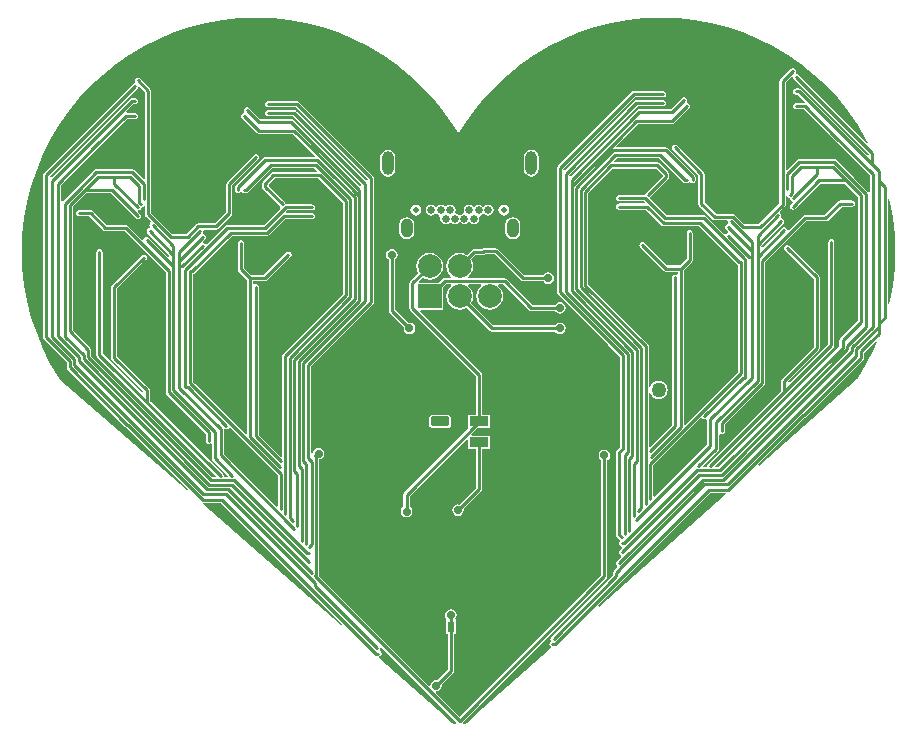
<source format=gtl>
G04 Layer_Physical_Order=1*
G04 Layer_Color=25308*
%FSLAX24Y24*%
%MOIN*%
G70*
G01*
G75*
G04:AMPARAMS|DCode=10|XSize=63mil|YSize=33.5mil|CornerRadius=8.4mil|HoleSize=0mil|Usage=FLASHONLY|Rotation=0.000|XOffset=0mil|YOffset=0mil|HoleType=Round|Shape=RoundedRectangle|*
%AMROUNDEDRECTD10*
21,1,0.0630,0.0167,0,0,0.0*
21,1,0.0463,0.0335,0,0,0.0*
1,1,0.0167,0.0231,-0.0084*
1,1,0.0167,-0.0231,-0.0084*
1,1,0.0167,-0.0231,0.0084*
1,1,0.0167,0.0231,0.0084*
%
%ADD10ROUNDEDRECTD10*%
%ADD11R,0.0630X0.0335*%
%ADD12R,0.0236X0.0354*%
%ADD13C,0.0100*%
%ADD14C,0.0787*%
%ADD15R,0.0787X0.0787*%
%ADD16O,0.0394X0.0787*%
%ADD17O,0.0394X0.0630*%
%ADD18C,0.0197*%
%ADD19C,0.0256*%
%ADD20C,0.0276*%
%ADD21C,0.0500*%
G36*
X41964Y31847D02*
X41862Y31601D01*
X41612Y31103D01*
X41328Y30624D01*
X41311Y30600D01*
X38027Y27712D01*
X37993Y27749D01*
X39235Y28991D01*
X39552Y29308D01*
X39559Y29309D01*
X39593Y29332D01*
X41498Y31237D01*
X41521Y31271D01*
X41529Y31310D01*
Y31481D01*
X41794Y31747D01*
X41922Y31875D01*
X41964Y31847D01*
D02*
G37*
G36*
X36136Y29286D02*
X36169Y29264D01*
X36209Y29256D01*
X36248Y29264D01*
X36254Y29267D01*
X36259Y29267D01*
X36303Y29240D01*
Y28417D01*
X34552Y26666D01*
X34505Y26685D01*
Y27723D01*
X36073Y29291D01*
X36136Y29286D01*
D02*
G37*
G36*
X41322Y36681D02*
Y32551D01*
X40741Y31970D01*
X40719Y31937D01*
X40711Y31897D01*
Y31686D01*
X36677Y27652D01*
X36569D01*
X36550Y27698D01*
X40514Y31662D01*
X40536Y31696D01*
X40544Y31735D01*
Y35166D01*
X40536Y35205D01*
X40514Y35239D01*
X40481Y35261D01*
X40441Y35269D01*
X40402Y35261D01*
X40368Y35239D01*
X40346Y35205D01*
X40338Y35166D01*
Y31778D01*
X39049Y30489D01*
X38995Y30505D01*
X38992Y30520D01*
X40022Y31550D01*
X40044Y31583D01*
X40052Y31623D01*
Y33985D01*
X40044Y34024D01*
X40022Y34058D01*
X39038Y35042D01*
X39004Y35064D01*
X38965Y35072D01*
X38925Y35064D01*
X38892Y35042D01*
X38870Y35009D01*
X38862Y34969D01*
X38870Y34930D01*
X38892Y34896D01*
X39846Y33942D01*
Y31665D01*
X38793Y30613D01*
X38771Y30579D01*
X38763Y30540D01*
Y30203D01*
X36333Y27773D01*
X36310Y27739D01*
X36303Y27700D01*
X36261Y27652D01*
X36189D01*
X36170Y27698D01*
X36676Y28203D01*
X36698Y28237D01*
X36706Y28276D01*
Y28748D01*
X36756Y28774D01*
X36760Y28771D01*
X36799Y28764D01*
X36839Y28771D01*
X36872Y28794D01*
X36895Y28827D01*
X36903Y28867D01*
Y29102D01*
X38205Y30404D01*
X38227Y30438D01*
X38235Y30477D01*
Y34487D01*
X38447Y34699D01*
X39598Y35850D01*
X40244D01*
X40284Y35858D01*
X40317Y35880D01*
X40779Y36342D01*
X41130D01*
X41170Y36350D01*
X41203Y36373D01*
X41225Y36406D01*
X41233Y36445D01*
X41225Y36485D01*
X41203Y36518D01*
X41170Y36541D01*
X41130Y36549D01*
X40736D01*
X40697Y36541D01*
X40664Y36518D01*
X40202Y36057D01*
X39555D01*
X39516Y36049D01*
X39482Y36026D01*
X39017Y35561D01*
X38965Y35580D01*
X38962Y35599D01*
X38939Y35633D01*
X38906Y35655D01*
X38866Y35663D01*
X38866D01*
X38827Y35655D01*
X38793Y35633D01*
X38149Y34989D01*
X38097Y35007D01*
X38093Y35034D01*
X38841Y35782D01*
X38863Y35815D01*
X38871Y35855D01*
X38863Y35894D01*
X38841Y35928D01*
X38807Y35950D01*
X38786Y35954D01*
X38762Y35997D01*
X38761Y36007D01*
X38765Y36012D01*
X38773Y36052D01*
X38765Y36091D01*
X38742Y36125D01*
X38738Y36188D01*
X38887Y36337D01*
X38909Y36370D01*
X38917Y36410D01*
Y36702D01*
X38967Y36707D01*
X38968Y36701D01*
X38990Y36668D01*
X39024Y36645D01*
X39059Y36638D01*
X39066Y36603D01*
X39089Y36569D01*
X39122Y36547D01*
X39141Y36543D01*
X39161Y36492D01*
X39089Y36420D01*
X39066Y36387D01*
X39058Y36347D01*
X39066Y36308D01*
X39089Y36274D01*
X39122Y36252D01*
X39162Y36244D01*
X39201Y36252D01*
X39235Y36274D01*
X40073Y37113D01*
X40891D01*
X41322Y36681D01*
D02*
G37*
G36*
X24148Y36482D02*
Y35433D01*
Y33434D01*
X22161Y31446D01*
X22138Y31413D01*
X22130Y31373D01*
Y28033D01*
X22084Y28014D01*
X21363Y28735D01*
Y33661D01*
X21355Y33701D01*
X21333Y33734D01*
X21299Y33757D01*
X21260Y33765D01*
X21220Y33757D01*
X21216Y33754D01*
X21166Y33781D01*
Y33854D01*
X21555D01*
X21595Y33861D01*
X21628Y33884D01*
X22415Y34671D01*
X22438Y34705D01*
X22446Y34744D01*
X22438Y34784D01*
X22415Y34817D01*
X22382Y34839D01*
X22343Y34847D01*
X22303Y34839D01*
X22270Y34817D01*
X21512Y34060D01*
X21106D01*
X20871Y34295D01*
Y35138D01*
X20863Y35177D01*
X20841Y35211D01*
X20807Y35233D01*
X20768Y35241D01*
X20728Y35233D01*
X20695Y35211D01*
X20672Y35177D01*
X20665Y35138D01*
Y34252D01*
X20672Y34212D01*
X20695Y34179D01*
X20960Y33914D01*
Y28776D01*
X20914Y28757D01*
X19225Y30446D01*
X19225Y30446D01*
X19165Y30505D01*
Y34092D01*
X19197Y34113D01*
X20460Y35376D01*
X21635D01*
X21674Y35383D01*
X21708Y35406D01*
X22222Y35920D01*
X23130D01*
X23169Y35928D01*
X23203Y35951D01*
X23225Y35984D01*
X23233Y36024D01*
X23225Y36063D01*
X23203Y36097D01*
X23169Y36119D01*
X23130Y36127D01*
X22280D01*
X22261Y36173D01*
X22304Y36216D01*
X23130D01*
X23169Y36224D01*
X23203Y36246D01*
X23225Y36279D01*
X23233Y36319D01*
X23225Y36358D01*
X23203Y36392D01*
X23169Y36414D01*
X23130Y36422D01*
X22261D01*
X22246Y36432D01*
X22241Y36457D01*
X22219Y36490D01*
X21684Y37024D01*
Y37090D01*
X21885Y37290D01*
X23340D01*
X24148Y36482D01*
D02*
G37*
G36*
X42388Y36501D02*
X42487Y35953D01*
X42547Y35399D01*
X42567Y34843D01*
X42547Y34286D01*
X42487Y33732D01*
X42388Y33184D01*
X42366Y33094D01*
X42316Y33101D01*
Y36584D01*
X42366Y36591D01*
X42388Y36501D01*
D02*
G37*
G36*
X17250Y35951D02*
X17283Y35928D01*
X17323Y35920D01*
X17362Y35928D01*
X17396Y35951D01*
X17418Y35984D01*
X17426Y36024D01*
X17418Y36063D01*
X17396Y36097D01*
X17324Y36168D01*
X17343Y36220D01*
X17362Y36224D01*
X17396Y36246D01*
X17418Y36279D01*
X17425Y36315D01*
X17461Y36322D01*
X17494Y36344D01*
X17517Y36378D01*
X17518Y36384D01*
X17568Y36379D01*
Y36086D01*
X17576Y36047D01*
X17598Y36013D01*
X17747Y35865D01*
X17742Y35801D01*
X17720Y35768D01*
X17712Y35728D01*
X17720Y35689D01*
X17723Y35683D01*
X17722Y35674D01*
X17698Y35631D01*
X17677Y35627D01*
X17644Y35604D01*
X17621Y35571D01*
X17613Y35531D01*
X17621Y35492D01*
X17644Y35459D01*
X18391Y34711D01*
X18388Y34683D01*
X18335Y34665D01*
X17691Y35309D01*
X17658Y35332D01*
X17618Y35339D01*
X17618D01*
X17579Y35332D01*
X17545Y35309D01*
X17523Y35276D01*
X17519Y35257D01*
X17468Y35237D01*
X17002Y35703D01*
X16969Y35725D01*
X16929Y35733D01*
X16283D01*
X15821Y36195D01*
X15788Y36217D01*
X15748Y36225D01*
X15354D01*
X15315Y36217D01*
X15281Y36195D01*
X15259Y36162D01*
X15251Y36122D01*
X15259Y36083D01*
X15281Y36049D01*
X15315Y36027D01*
X15354Y36019D01*
X15705D01*
X16167Y35557D01*
X16201Y35535D01*
X16240Y35527D01*
X16886D01*
X18037Y34376D01*
X18037Y34376D01*
X18250Y34164D01*
Y30154D01*
X18257Y30114D01*
X18280Y30081D01*
X19582Y28779D01*
Y28543D01*
X19590Y28504D01*
X19612Y28470D01*
X19646Y28448D01*
X19685Y28440D01*
X19725Y28448D01*
X19729Y28451D01*
X19779Y28424D01*
Y27953D01*
X19787Y27913D01*
X19809Y27880D01*
X20314Y27375D01*
X20295Y27328D01*
X20223D01*
X20182Y27376D01*
X20174Y27416D01*
X20152Y27449D01*
X17721Y29880D01*
Y30217D01*
X17713Y30256D01*
X17691Y30289D01*
X16639Y31342D01*
Y33619D01*
X17593Y34573D01*
X17615Y34606D01*
X17623Y34646D01*
X17615Y34685D01*
X17593Y34719D01*
X17559Y34741D01*
X17520Y34749D01*
X17480Y34741D01*
X17447Y34719D01*
X16462Y33734D01*
X16440Y33701D01*
X16432Y33661D01*
Y31299D01*
X16440Y31260D01*
X16462Y31226D01*
X17493Y30196D01*
X17490Y30182D01*
X17436Y30165D01*
X16146Y31455D01*
Y34843D01*
X16139Y34882D01*
X16116Y34915D01*
X16083Y34938D01*
X16043Y34946D01*
X16004Y34938D01*
X15970Y34915D01*
X15948Y34882D01*
X15940Y34843D01*
Y31412D01*
X15948Y31372D01*
X15970Y31339D01*
X19935Y27375D01*
X19916Y27328D01*
X19807D01*
X15773Y31362D01*
Y31574D01*
X15765Y31613D01*
X15743Y31647D01*
X15162Y32228D01*
Y36358D01*
X15594Y36789D01*
X16411D01*
X17250Y35951D01*
D02*
G37*
G36*
X21979Y27400D02*
Y26362D01*
X21933Y26343D01*
X20182Y28094D01*
Y28916D01*
X20225Y28943D01*
X20230Y28944D01*
X20236Y28940D01*
X20276Y28932D01*
X20315Y28940D01*
X20349Y28962D01*
X20412Y28967D01*
X21979Y27400D01*
D02*
G37*
G36*
X27945Y19153D02*
X27932Y19095D01*
X27911Y19088D01*
X27792Y19137D01*
X27684Y19220D01*
X27603Y19325D01*
X27603Y19326D01*
X27601Y19329D01*
X27601Y19329D01*
X27596Y19335D01*
X27590Y19345D01*
X27587Y19346D01*
X27586Y19348D01*
X25356Y21297D01*
X25371Y21351D01*
X25382Y21353D01*
X25416Y21375D01*
X25438Y21409D01*
X25446Y21448D01*
X25438Y21488D01*
X25416Y21521D01*
X25416Y21521D01*
X25399Y21533D01*
X25399Y21580D01*
D01*
X25412Y21623D01*
X25457Y21641D01*
X27945Y19153D01*
D02*
G37*
G36*
X39161Y40657D02*
X39165Y40638D01*
X39187Y40605D01*
X41687Y38105D01*
X41683Y38077D01*
X41631Y38059D01*
X39431Y40259D01*
X39398Y40281D01*
X39359Y40289D01*
X39260D01*
X39221Y40281D01*
X39187Y40259D01*
X39165Y40225D01*
X39157Y40186D01*
X39165Y40146D01*
X39187Y40113D01*
X39221Y40090D01*
X39260Y40082D01*
X39316D01*
X39552Y39847D01*
X39531Y39797D01*
X39260D01*
X39221Y39789D01*
X39187Y39766D01*
X39165Y39733D01*
X39157Y39694D01*
X39165Y39654D01*
X39187Y39621D01*
X39221Y39598D01*
X39260Y39590D01*
X39513D01*
X40467Y38636D01*
X40467Y38636D01*
X41716Y37387D01*
Y36860D01*
X41682Y36845D01*
X41666Y36843D01*
X41203Y37306D01*
X40613Y37896D01*
X40579Y37919D01*
X40540Y37927D01*
X39359D01*
X39319Y37919D01*
X39286Y37896D01*
X38963Y37574D01*
X38917Y37593D01*
Y40484D01*
X39110Y40677D01*
X39161Y40657D01*
D02*
G37*
G36*
X35320Y42626D02*
X35874Y42566D01*
X36422Y42467D01*
X36962Y42330D01*
X37491Y42154D01*
X38005Y41940D01*
X38503Y41691D01*
X38982Y41407D01*
X39440Y41089D01*
X39874Y40740D01*
X40281Y40360D01*
X40661Y39952D01*
X41010Y39519D01*
X41328Y39061D01*
X41612Y38582D01*
X41653Y38500D01*
X41613Y38471D01*
X39333Y40751D01*
X39300Y40773D01*
X39278Y40777D01*
X39254Y40820D01*
X39253Y40829D01*
X39257Y40835D01*
X39265Y40875D01*
X39257Y40914D01*
X39235Y40948D01*
X39201Y40970D01*
X39162Y40978D01*
X39122Y40970D01*
X39089Y40948D01*
X38741Y40600D01*
X38718Y40566D01*
X38710Y40527D01*
Y36452D01*
X38028Y35770D01*
X37540D01*
X37230Y36079D01*
X37197Y36101D01*
X37157Y36109D01*
X36593D01*
X36214Y36488D01*
Y37430D01*
X36206Y37469D01*
X36183Y37503D01*
X35298Y38389D01*
X35264Y38411D01*
X35225Y38419D01*
X35185Y38411D01*
X35152Y38389D01*
X35129Y38355D01*
X35121Y38316D01*
X35129Y38276D01*
X35152Y38243D01*
X36007Y37387D01*
Y36445D01*
X36015Y36406D01*
X36038Y36373D01*
X36477Y35933D01*
X36510Y35911D01*
X36550Y35903D01*
X36950D01*
X36992Y35855D01*
X36999Y35815D01*
X37003Y35810D01*
X37002Y35800D01*
X36978Y35758D01*
X36957Y35753D01*
X36923Y35731D01*
X36901Y35698D01*
X36893Y35658D01*
X36901Y35619D01*
X36923Y35585D01*
X36995Y35513D01*
X36976Y35462D01*
X36957Y35458D01*
X36923Y35436D01*
X36860Y35431D01*
X36265Y36026D01*
X36231Y36049D01*
X36192Y36057D01*
X34955D01*
X34407Y36605D01*
X34412Y36667D01*
X34413Y36669D01*
X35002Y37258D01*
X35025Y37292D01*
X35033Y37331D01*
Y37430D01*
X35025Y37469D01*
X35002Y37503D01*
X34716Y37789D01*
X34682Y37812D01*
X34643Y37820D01*
X33202D01*
X33183Y37866D01*
X33280Y37963D01*
X34690D01*
X35493Y37160D01*
X35526Y37138D01*
X35566Y37130D01*
X35618D01*
X35658Y37138D01*
X35691Y37160D01*
X35742D01*
X35776Y37138D01*
X35815Y37130D01*
X35855Y37138D01*
X35888Y37160D01*
X35911Y37193D01*
X35918Y37233D01*
Y37331D01*
X35911Y37371D01*
X35888Y37404D01*
X35002Y38290D01*
X34969Y38312D01*
X34929Y38320D01*
X33275D01*
X33256Y38366D01*
X33428Y38538D01*
X33988Y39098D01*
X35126D01*
X35166Y39106D01*
X35199Y39128D01*
X35691Y39621D01*
X35714Y39654D01*
X35722Y39694D01*
X35714Y39733D01*
X35691Y39766D01*
X35658Y39789D01*
X35637Y39793D01*
X35613Y39836D01*
X35611Y39845D01*
X35615Y39851D01*
X35623Y39890D01*
X35615Y39930D01*
X35593Y39963D01*
X35559Y39986D01*
X35520Y39994D01*
X35480Y39986D01*
X35447Y39963D01*
X35083Y39600D01*
X34044D01*
X34004Y39592D01*
X33971Y39570D01*
X31758Y37357D01*
X31705Y37375D01*
X31701Y37402D01*
X33988Y39689D01*
X34831D01*
X34870Y39697D01*
X34904Y39719D01*
X34926Y39752D01*
X34934Y39792D01*
X34926Y39831D01*
X34904Y39865D01*
X34870Y39887D01*
X34831Y39895D01*
X33945D01*
X33906Y39887D01*
X33872Y39865D01*
X31561Y37554D01*
X31508Y37571D01*
X31504Y37599D01*
X33889Y39984D01*
X34831D01*
X34870Y39992D01*
X34904Y40014D01*
X34926Y40048D01*
X34934Y40087D01*
X34926Y40127D01*
X34904Y40160D01*
X34870Y40183D01*
X34831Y40190D01*
X33847D01*
X33807Y40183D01*
X33774Y40160D01*
X31313Y37700D01*
X31291Y37666D01*
X31283Y37627D01*
Y33493D01*
X31291Y33453D01*
X31313Y33420D01*
X32986Y31747D01*
X33392Y31341D01*
Y28318D01*
X33297Y28223D01*
X33275Y28190D01*
X33267Y28151D01*
Y25406D01*
X33275Y25367D01*
X33297Y25333D01*
X33375Y25256D01*
X33380Y25224D01*
Y25200D01*
X33358Y25166D01*
X33350Y25127D01*
X33358Y25087D01*
X33380Y25054D01*
X33414Y25031D01*
X33433Y25027D01*
X33452Y24976D01*
X33380Y24904D01*
X33358Y24871D01*
X33350Y24831D01*
X33358Y24792D01*
X33380Y24758D01*
X33414Y24736D01*
X33418Y24735D01*
X33435Y24681D01*
X33328Y24574D01*
X33297Y24543D01*
X33275Y24509D01*
X33267Y24470D01*
X33275Y24431D01*
X33297Y24397D01*
X33297Y24397D01*
X33312Y24333D01*
X33311Y24326D01*
X33183Y24198D01*
X33161Y24165D01*
X33153Y24125D01*
Y24061D01*
X31108Y22015D01*
X31093Y21993D01*
X31085Y21982D01*
X31079Y21949D01*
X31079D01*
Y21949D01*
D01*
X31078Y21943D01*
X31084Y21910D01*
X31085Y21899D01*
X31086Y21856D01*
X31069Y21845D01*
X31069Y21845D01*
X31046Y21811D01*
X31039Y21772D01*
X31046Y21732D01*
X31069Y21699D01*
X31093Y21683D01*
X31103Y21644D01*
X31103Y21625D01*
X28520Y19354D01*
X28518Y19352D01*
X28516Y19351D01*
X28510Y19341D01*
X28505Y19334D01*
X28505Y19334D01*
X28505Y19335D01*
X28505Y19335D01*
X28504Y19335D01*
X28504Y19335D01*
X28502Y19332D01*
Y19332D01*
X28502Y19332D01*
X28502Y19332D01*
X28502Y19332D01*
X28502Y19331D01*
X28502Y19331D01*
X28502Y19331D01*
X28502Y19331D01*
X28502Y19331D01*
X28502Y19331D01*
Y19331D01*
X28502Y19331D01*
X28502Y19331D01*
X28502Y19329D01*
X28501Y19327D01*
X28418Y19220D01*
X28311Y19137D01*
X28191Y19088D01*
X28170Y19095D01*
X28157Y19153D01*
X32947Y23943D01*
X32969Y23976D01*
X32977Y24016D01*
Y27893D01*
X33010Y27915D01*
X33052Y27977D01*
X33067Y28051D01*
X33052Y28125D01*
X33010Y28187D01*
X32948Y28229D01*
X32874Y28244D01*
X32800Y28229D01*
X32738Y28187D01*
X32696Y28125D01*
X32681Y28051D01*
X32696Y27977D01*
X32738Y27915D01*
X32771Y27893D01*
Y24058D01*
X28051Y19339D01*
X27254Y20136D01*
X27277Y20184D01*
X27338Y20196D01*
X27400Y20238D01*
X27442Y20300D01*
X27456Y20374D01*
X27449Y20413D01*
X27829Y20793D01*
X27851Y20827D01*
X27859Y20866D01*
Y22114D01*
X27925D01*
Y22571D01*
X27925Y22571D01*
X27906Y22621D01*
X27934Y22662D01*
X27949Y22736D01*
X27934Y22810D01*
X27892Y22872D01*
X27830Y22914D01*
X27756Y22929D01*
X27682Y22914D01*
X27620Y22872D01*
X27578Y22810D01*
X27563Y22736D01*
X27578Y22662D01*
X27606Y22621D01*
X27587Y22571D01*
X27587D01*
X27587Y22571D01*
Y22114D01*
X27653D01*
Y20909D01*
X27303Y20559D01*
X27264Y20567D01*
X27190Y20552D01*
X27128Y20510D01*
X27086Y20448D01*
X27074Y20387D01*
X27026Y20364D01*
X23355Y24035D01*
X23361Y24044D01*
X23369Y24084D01*
Y27922D01*
X23420Y27932D01*
X23483Y27974D01*
X23524Y28036D01*
X23539Y28110D01*
X23524Y28184D01*
X23483Y28246D01*
X23420Y28288D01*
X23346Y28303D01*
X23273Y28288D01*
X23210Y28246D01*
X23168Y28184D01*
X23161Y28149D01*
X23143Y28136D01*
X23093Y28162D01*
Y31017D01*
X23498Y31423D01*
X25171Y33096D01*
X25194Y33130D01*
X25202Y33169D01*
Y37303D01*
X25194Y37343D01*
X25171Y37376D01*
X22711Y39837D01*
X22677Y39859D01*
X22638Y39867D01*
X21654D01*
X21614Y39859D01*
X21581Y39837D01*
X21558Y39803D01*
X21550Y39764D01*
X21558Y39724D01*
X21581Y39691D01*
X21614Y39668D01*
X21654Y39661D01*
X22595D01*
X24980Y37275D01*
X24976Y37248D01*
X24924Y37230D01*
X22612Y39541D01*
X22579Y39564D01*
X22539Y39572D01*
X21654D01*
X21614Y39564D01*
X21581Y39541D01*
X21558Y39508D01*
X21550Y39469D01*
X21558Y39429D01*
X21581Y39396D01*
X21614Y39373D01*
X21654Y39365D01*
X22497D01*
X24783Y37079D01*
X24780Y37051D01*
X24727Y37033D01*
X22514Y39246D01*
X22480Y39269D01*
X22441Y39276D01*
X21401D01*
X21038Y39640D01*
X21004Y39662D01*
X20965Y39670D01*
X20925Y39662D01*
X20892Y39640D01*
X20869Y39606D01*
X20861Y39567D01*
X20869Y39527D01*
X20873Y39522D01*
X20872Y39512D01*
X20848Y39470D01*
X20827Y39465D01*
X20793Y39443D01*
X20771Y39410D01*
X20763Y39370D01*
X20771Y39331D01*
X20793Y39297D01*
X21285Y38805D01*
X21319Y38783D01*
X21358Y38775D01*
X22497D01*
X23057Y38214D01*
X23228Y38043D01*
X23209Y37997D01*
X21555D01*
X21516Y37989D01*
X21482Y37967D01*
X20596Y37081D01*
X20574Y37047D01*
X20566Y37008D01*
Y36909D01*
X20574Y36870D01*
X20596Y36837D01*
X20630Y36814D01*
X20669Y36806D01*
X20709Y36814D01*
X20742Y36837D01*
X20793D01*
X20827Y36814D01*
X20866Y36806D01*
X20919D01*
X20958Y36814D01*
X20992Y36837D01*
X21795Y37639D01*
X23204D01*
X23301Y37542D01*
X23282Y37496D01*
X21842D01*
X21802Y37488D01*
X21769Y37466D01*
X21482Y37179D01*
X21460Y37146D01*
X21452Y37106D01*
Y37008D01*
X21460Y36968D01*
X21482Y36935D01*
X22073Y36344D01*
X22077Y36281D01*
X21529Y35733D01*
X20293D01*
X20253Y35725D01*
X20220Y35703D01*
X19624Y35108D01*
X19561Y35112D01*
X19528Y35135D01*
X19509Y35138D01*
X19489Y35190D01*
X19561Y35262D01*
X19583Y35295D01*
X19591Y35335D01*
X19583Y35374D01*
X19561Y35408D01*
X19528Y35430D01*
X19507Y35434D01*
X19483Y35477D01*
X19481Y35486D01*
X19485Y35492D01*
X19493Y35531D01*
X19534Y35580D01*
X19935D01*
X19974Y35587D01*
X20008Y35610D01*
X20447Y36049D01*
X20469Y36083D01*
X20477Y36122D01*
Y37064D01*
X21333Y37919D01*
X21355Y37953D01*
X21363Y37992D01*
X21355Y38032D01*
X21333Y38065D01*
X21299Y38087D01*
X21260Y38095D01*
X21220Y38087D01*
X21187Y38065D01*
X20301Y37179D01*
X20279Y37146D01*
X20271Y37106D01*
Y36165D01*
X19892Y35786D01*
X19327D01*
X19288Y35778D01*
X19254Y35756D01*
X18945Y35446D01*
X18457D01*
X17774Y36129D01*
Y40203D01*
X17766Y40243D01*
X17744Y40276D01*
X17396Y40624D01*
X17362Y40646D01*
X17323Y40654D01*
X17283Y40646D01*
X17250Y40624D01*
X17228Y40591D01*
X17220Y40551D01*
X17228Y40512D01*
X17231Y40506D01*
X17230Y40497D01*
X17206Y40454D01*
X17185Y40450D01*
X17151Y40427D01*
X14199Y37475D01*
X14176Y37441D01*
X14168Y37402D01*
Y36909D01*
Y31988D01*
X14176Y31949D01*
X14199Y31915D01*
X14691Y31423D01*
X14956Y31158D01*
Y30987D01*
X14964Y30948D01*
X14986Y30914D01*
X16892Y29008D01*
X16925Y28986D01*
X16933Y28984D01*
X17250Y28667D01*
X18988Y26929D01*
X18954Y26893D01*
X14712Y30600D01*
X14695Y30624D01*
X14411Y31103D01*
X14162Y31601D01*
X13949Y32116D01*
X13773Y32644D01*
X13635Y33184D01*
X13536Y33732D01*
X13477Y34286D01*
X13457Y34843D01*
X13477Y35399D01*
X13536Y35953D01*
X13635Y36501D01*
X13773Y37041D01*
X13949Y37569D01*
X14162Y38084D01*
X14411Y38582D01*
X14695Y39061D01*
X15013Y39519D01*
X15363Y39952D01*
X15742Y40360D01*
X16150Y40740D01*
X16584Y41089D01*
X17041Y41407D01*
X17520Y41691D01*
X18018Y41940D01*
X18533Y42154D01*
X19061Y42330D01*
X19601Y42467D01*
X20149Y42566D01*
X20703Y42626D01*
X21260Y42646D01*
X21817Y42626D01*
X22370Y42566D01*
X22919Y42467D01*
X23458Y42330D01*
X23987Y42154D01*
X24501Y41940D01*
X24999Y41691D01*
X25479Y41407D01*
X25936Y41089D01*
X26370Y40740D01*
X26777Y40360D01*
X27157Y39952D01*
X27507Y39519D01*
X27824Y39061D01*
X27947Y38855D01*
X27951Y38857D01*
X27961Y38843D01*
X27984Y38827D01*
X28012Y38821D01*
X28039Y38827D01*
X28063Y38843D01*
X28073Y38857D01*
X28077Y38855D01*
X28199Y39061D01*
X28517Y39519D01*
X28866Y39952D01*
X29246Y40360D01*
X29654Y40740D01*
X30087Y41089D01*
X30545Y41407D01*
X31024Y41691D01*
X31522Y41940D01*
X32037Y42154D01*
X32565Y42330D01*
X33105Y42467D01*
X33653Y42566D01*
X34207Y42626D01*
X34764Y42646D01*
X35320Y42626D01*
D02*
G37*
G36*
X24116Y22447D02*
X24082Y22411D01*
X19490Y26424D01*
X19509Y26474D01*
X20089D01*
X24116Y22447D01*
D02*
G37*
G36*
X34826Y37387D02*
Y37374D01*
X34266Y36814D01*
X34244Y36780D01*
X34236Y36743D01*
X34223Y36746D01*
X33355D01*
X33315Y36738D01*
X33282Y36715D01*
X33259Y36682D01*
X33251Y36642D01*
X33259Y36603D01*
X33282Y36569D01*
X33315Y36547D01*
X33355Y36539D01*
X34181D01*
X34223Y36496D01*
X34204Y36450D01*
X33355D01*
X33315Y36442D01*
X33282Y36420D01*
X33259Y36387D01*
X33251Y36347D01*
X33259Y36308D01*
X33282Y36274D01*
X33315Y36252D01*
X33355Y36244D01*
X34262D01*
X34777Y35729D01*
X34810Y35707D01*
X34850Y35699D01*
X36025D01*
X37288Y34436D01*
X37308Y34423D01*
X37319Y34415D01*
Y30829D01*
X37259Y30769D01*
X37259Y30769D01*
X35571Y29081D01*
X35525Y29100D01*
Y34237D01*
X35790Y34502D01*
X35812Y34536D01*
X35820Y34575D01*
Y35461D01*
X35812Y35501D01*
X35790Y35534D01*
X35756Y35557D01*
X35717Y35564D01*
X35677Y35557D01*
X35644Y35534D01*
X35621Y35501D01*
X35614Y35461D01*
Y34618D01*
X35379Y34383D01*
X34972D01*
X34215Y35140D01*
X34181Y35163D01*
X34142Y35171D01*
X34102Y35163D01*
X34069Y35140D01*
X34047Y35107D01*
X34039Y35068D01*
X34047Y35028D01*
X34069Y34995D01*
X34856Y34207D01*
X34890Y34185D01*
X34929Y34177D01*
X35318D01*
Y34104D01*
X35268Y34077D01*
X35264Y34080D01*
X35225Y34088D01*
X35185Y34080D01*
X35152Y34058D01*
X35129Y34024D01*
X35121Y33985D01*
Y29059D01*
X34400Y28338D01*
X34354Y28357D01*
Y30117D01*
X34404Y30127D01*
X34422Y30084D01*
X34470Y30021D01*
X34533Y29973D01*
X34606Y29943D01*
X34685Y29932D01*
X34764Y29943D01*
X34837Y29973D01*
X34900Y30021D01*
X34948Y30084D01*
X34978Y30158D01*
X34989Y30236D01*
X34978Y30315D01*
X34948Y30388D01*
X34900Y30451D01*
X34837Y30499D01*
X34764Y30530D01*
X34685Y30540D01*
X34606Y30530D01*
X34533Y30499D01*
X34470Y30451D01*
X34422Y30388D01*
X34404Y30345D01*
X34354Y30355D01*
Y31697D01*
X34346Y31736D01*
X34324Y31770D01*
X32336Y33757D01*
Y35757D01*
Y36805D01*
X33144Y37613D01*
X34600D01*
X34826Y37387D01*
D02*
G37*
G36*
X36933Y26751D02*
X32681Y23012D01*
X32647Y23049D01*
X36395Y26797D01*
X36915D01*
X36933Y26751D01*
D02*
G37*
G36*
X17568Y40160D02*
Y37269D01*
X17522Y37250D01*
X17199Y37573D01*
X17165Y37595D01*
X17126Y37603D01*
X15945D01*
X15905Y37595D01*
X15872Y37573D01*
X15281Y36982D01*
X15281Y36982D01*
X14819Y36520D01*
X14802Y36521D01*
X14769Y36537D01*
Y37064D01*
X16018Y38313D01*
X16972Y39267D01*
X17224D01*
X17264Y39275D01*
X17297Y39297D01*
X17320Y39331D01*
X17328Y39370D01*
X17320Y39410D01*
X17297Y39443D01*
X17264Y39465D01*
X17224Y39473D01*
X16954D01*
X16933Y39523D01*
X17169Y39759D01*
X17224D01*
X17264Y39767D01*
X17297Y39789D01*
X17320Y39823D01*
X17328Y39862D01*
X17320Y39902D01*
X17297Y39935D01*
X17264Y39958D01*
X17224Y39965D01*
X17126D01*
X17087Y39958D01*
X17053Y39935D01*
X14447Y37329D01*
X14394Y37346D01*
X14390Y37374D01*
X17297Y40281D01*
X17320Y40315D01*
X17324Y40334D01*
X17375Y40353D01*
X17568Y40160D01*
D02*
G37*
%LPC*%
G36*
X27633Y29404D02*
X27170D01*
X27118Y29394D01*
X27073Y29364D01*
X27043Y29319D01*
X27033Y29267D01*
Y29099D01*
X27043Y29047D01*
X27073Y29002D01*
X27118Y28972D01*
X27170Y28962D01*
X27633D01*
X27685Y28972D01*
X27730Y29002D01*
X27760Y29047D01*
X27770Y29099D01*
Y29267D01*
X27760Y29319D01*
X27730Y29364D01*
X27685Y29394D01*
X27633Y29404D01*
D02*
G37*
G36*
X25787Y34937D02*
X25714Y34922D01*
X25651Y34880D01*
X25609Y34818D01*
X25595Y34744D01*
X25609Y34670D01*
X25651Y34608D01*
X25684Y34586D01*
Y32874D01*
X25692Y32835D01*
X25714Y32801D01*
X26193Y32322D01*
X26185Y32283D01*
X26200Y32210D01*
X26242Y32147D01*
X26304Y32105D01*
X26378Y32091D01*
X26452Y32105D01*
X26514Y32147D01*
X26556Y32210D01*
X26571Y32283D01*
X26556Y32357D01*
X26514Y32420D01*
X26452Y32461D01*
X26378Y32476D01*
X26339Y32468D01*
X25891Y32917D01*
Y34586D01*
X25924Y34608D01*
X25965Y34670D01*
X25980Y34744D01*
X25965Y34818D01*
X25924Y34880D01*
X25861Y34922D01*
X25787Y34937D01*
D02*
G37*
G36*
X28996Y36403D02*
X28926Y36389D01*
X28869Y36351D01*
X28856Y36345D01*
X28821D01*
X28808Y36351D01*
X28751Y36389D01*
X28681Y36403D01*
X28611Y36389D01*
X28552Y36350D01*
X28549Y36345D01*
X28499D01*
X28495Y36350D01*
X28436Y36389D01*
X28366Y36403D01*
X28296Y36389D01*
X28237Y36350D01*
X28197Y36290D01*
X28184Y36220D01*
X28193Y36172D01*
X28197Y36151D01*
X28159Y36118D01*
X28139Y36114D01*
X28080Y36074D01*
X28076Y36069D01*
X28026D01*
X28023Y36074D01*
X27964Y36114D01*
X27943Y36118D01*
X27905Y36151D01*
X27909Y36172D01*
X27919Y36220D01*
X27905Y36290D01*
X27865Y36350D01*
X27806Y36389D01*
X27736Y36403D01*
X27666Y36389D01*
X27607Y36350D01*
X27604Y36345D01*
X27554D01*
X27550Y36350D01*
X27491Y36389D01*
X27421Y36403D01*
X27351Y36389D01*
X27295Y36351D01*
X27281Y36345D01*
X27247D01*
X27233Y36351D01*
X27176Y36389D01*
X27106Y36403D01*
X27036Y36389D01*
X26977Y36350D01*
X26938Y36290D01*
X26924Y36220D01*
X26938Y36151D01*
X26977Y36091D01*
X27036Y36052D01*
X27106Y36038D01*
X27176Y36052D01*
X27233Y36090D01*
X27247Y36096D01*
X27281D01*
X27295Y36090D01*
X27351Y36052D01*
X27372Y36048D01*
X27410Y36015D01*
X27406Y35994D01*
X27396Y35945D01*
X27410Y35875D01*
X27450Y35816D01*
X27509Y35776D01*
X27579Y35762D01*
X27649Y35776D01*
X27705Y35814D01*
X27719Y35821D01*
X27753D01*
X27767Y35814D01*
X27824Y35776D01*
X27894Y35762D01*
X27964Y35776D01*
X28023Y35816D01*
X28026Y35821D01*
X28076D01*
X28080Y35816D01*
X28139Y35776D01*
X28209Y35762D01*
X28279Y35776D01*
X28338Y35816D01*
X28341Y35821D01*
X28391D01*
X28394Y35816D01*
X28454Y35776D01*
X28524Y35762D01*
X28594Y35776D01*
X28653Y35816D01*
X28692Y35875D01*
X28706Y35945D01*
X28697Y35994D01*
X28692Y36015D01*
X28731Y36048D01*
X28751Y36052D01*
X28808Y36090D01*
X28821Y36096D01*
X28856D01*
X28869Y36090D01*
X28926Y36052D01*
X28996Y36038D01*
X29066Y36052D01*
X29125Y36091D01*
X29165Y36151D01*
X29179Y36220D01*
X29165Y36290D01*
X29125Y36350D01*
X29066Y36389D01*
X28996Y36403D01*
D02*
G37*
G36*
X29518D02*
X29448Y36389D01*
X29389Y36350D01*
X29349Y36290D01*
X29335Y36220D01*
X29349Y36151D01*
X29389Y36091D01*
X29448Y36052D01*
X29518Y36038D01*
X29588Y36052D01*
X29647Y36091D01*
X29686Y36151D01*
X29700Y36220D01*
X29686Y36290D01*
X29647Y36350D01*
X29588Y36389D01*
X29518Y36403D01*
D02*
G37*
G36*
X30443Y38245D02*
X30346Y38226D01*
X30264Y38171D01*
X30209Y38089D01*
X30190Y37992D01*
Y37598D01*
X30209Y37502D01*
X30264Y37420D01*
X30346Y37365D01*
X30443Y37346D01*
X30540Y37365D01*
X30622Y37420D01*
X30677Y37502D01*
X30696Y37598D01*
Y37992D01*
X30677Y38089D01*
X30622Y38171D01*
X30540Y38226D01*
X30443Y38245D01*
D02*
G37*
G36*
X25659D02*
X25563Y38226D01*
X25481Y38171D01*
X25426Y38089D01*
X25407Y37992D01*
Y37598D01*
X25426Y37502D01*
X25481Y37420D01*
X25563Y37365D01*
X25659Y37346D01*
X25756Y37365D01*
X25838Y37420D01*
X25893Y37502D01*
X25912Y37598D01*
Y37992D01*
X25893Y38089D01*
X25838Y38171D01*
X25756Y38226D01*
X25659Y38245D01*
D02*
G37*
G36*
X26280Y36001D02*
X26183Y35982D01*
X26101Y35927D01*
X26046Y35845D01*
X26027Y35748D01*
Y35512D01*
X26046Y35415D01*
X26101Y35333D01*
X26183Y35278D01*
X26280Y35259D01*
X26376Y35278D01*
X26458Y35333D01*
X26513Y35415D01*
X26532Y35512D01*
Y35748D01*
X26513Y35845D01*
X26458Y35927D01*
X26376Y35982D01*
X26280Y36001D01*
D02*
G37*
G36*
X29256Y34956D02*
X28846D01*
X28807Y34948D01*
X28803Y34946D01*
X28535D01*
X28496Y34938D01*
X28462Y34915D01*
X28286Y34739D01*
X28276Y34747D01*
X28167Y34792D01*
X28051Y34807D01*
X27935Y34792D01*
X27827Y34747D01*
X27734Y34676D01*
X27663Y34583D01*
X27618Y34474D01*
X27602Y34358D01*
X27618Y34242D01*
X27663Y34134D01*
X27734Y34041D01*
X27772Y34011D01*
X27755Y33961D01*
X27551D01*
X27512Y33954D01*
X27478Y33931D01*
X27350Y33803D01*
X26707D01*
X26688Y33849D01*
X26816Y33978D01*
X26827Y33970D01*
X26935Y33925D01*
X27051Y33910D01*
X27167Y33925D01*
X27276Y33970D01*
X27368Y34041D01*
X27440Y34134D01*
X27485Y34242D01*
X27500Y34358D01*
X27485Y34474D01*
X27440Y34583D01*
X27368Y34676D01*
X27276Y34747D01*
X27167Y34792D01*
X27051Y34807D01*
X26935Y34792D01*
X26827Y34747D01*
X26734Y34676D01*
X26663Y34583D01*
X26618Y34474D01*
X26602Y34358D01*
X26618Y34242D01*
X26663Y34134D01*
X26671Y34124D01*
X26403Y33856D01*
X26381Y33823D01*
X26373Y33783D01*
Y32972D01*
X26381Y32933D01*
X26403Y32899D01*
X28598Y30705D01*
Y29402D01*
X28335D01*
Y28965D01*
X28335Y28965D01*
X28335D01*
X28312Y28925D01*
X26207Y26820D01*
X26184Y26786D01*
X26176Y26747D01*
Y26339D01*
X26143Y26317D01*
X26102Y26255D01*
X26087Y26181D01*
X26102Y26107D01*
X26143Y26045D01*
X26206Y26003D01*
X26280Y25988D01*
X26353Y26003D01*
X26416Y26045D01*
X26458Y26107D01*
X26472Y26181D01*
X26458Y26255D01*
X26416Y26317D01*
X26383Y26339D01*
Y26704D01*
X28288Y28610D01*
X28335Y28591D01*
Y28276D01*
X28598D01*
Y26972D01*
X28037Y26411D01*
X27998Y26419D01*
X27924Y26404D01*
X27862Y26363D01*
X27820Y26300D01*
X27805Y26226D01*
X27820Y26153D01*
X27862Y26090D01*
X27924Y26048D01*
X27998Y26034D01*
X28072Y26048D01*
X28134Y26090D01*
X28176Y26153D01*
X28191Y26226D01*
X28183Y26265D01*
X28774Y26856D01*
X28796Y26890D01*
X28804Y26929D01*
Y28276D01*
X29067D01*
Y28713D01*
X28457D01*
X28438Y28759D01*
X28643Y28965D01*
X29067D01*
Y29402D01*
X28804D01*
Y30748D01*
X28796Y30788D01*
X28774Y30821D01*
X26728Y32867D01*
X26747Y32913D01*
X27496D01*
Y33657D01*
X27594Y33755D01*
X27755D01*
X27772Y33705D01*
X27734Y33676D01*
X27663Y33583D01*
X27618Y33474D01*
X27602Y33358D01*
X27618Y33242D01*
X27663Y33134D01*
X27734Y33041D01*
X27827Y32970D01*
X27935Y32925D01*
X28051Y32910D01*
X28167Y32925D01*
X28276Y32970D01*
X28286Y32978D01*
X29053Y32211D01*
X29087Y32188D01*
X29126Y32180D01*
X31239D01*
X31261Y32147D01*
X31324Y32105D01*
X31398Y32091D01*
X31471Y32105D01*
X31534Y32147D01*
X31576Y32210D01*
X31590Y32283D01*
X31576Y32357D01*
X31534Y32420D01*
X31471Y32461D01*
X31398Y32476D01*
X31324Y32461D01*
X31261Y32420D01*
X31239Y32387D01*
X29169D01*
X28432Y33124D01*
X28440Y33134D01*
X28485Y33242D01*
X28500Y33358D01*
X28485Y33474D01*
X28440Y33583D01*
X28368Y33676D01*
X28330Y33705D01*
X28347Y33755D01*
X28755D01*
X28772Y33705D01*
X28734Y33676D01*
X28663Y33583D01*
X28618Y33474D01*
X28602Y33358D01*
X28618Y33242D01*
X28663Y33134D01*
X28734Y33041D01*
X28827Y32970D01*
X28935Y32925D01*
X29051Y32910D01*
X29167Y32925D01*
X29276Y32970D01*
X29368Y33041D01*
X29440Y33134D01*
X29485Y33242D01*
X29500Y33358D01*
X29485Y33474D01*
X29440Y33583D01*
X29368Y33676D01*
X29337Y33700D01*
X29354Y33750D01*
X29503D01*
X30354Y32899D01*
X30374Y32886D01*
X30387Y32877D01*
X30427Y32869D01*
X31239D01*
X31261Y32836D01*
X31324Y32794D01*
X31398Y32780D01*
X31471Y32794D01*
X31534Y32836D01*
X31576Y32899D01*
X31590Y32972D01*
X31576Y33046D01*
X31534Y33109D01*
X31471Y33150D01*
X31398Y33165D01*
X31324Y33150D01*
X31261Y33109D01*
X31239Y33076D01*
X30470D01*
X29619Y33926D01*
X29586Y33948D01*
X29546Y33956D01*
X29061D01*
X29035Y33961D01*
X28347D01*
X28330Y34011D01*
X28368Y34041D01*
X28440Y34134D01*
X28485Y34242D01*
X28500Y34358D01*
X28485Y34474D01*
X28440Y34583D01*
X28432Y34593D01*
X28578Y34739D01*
X28836D01*
X28875Y34747D01*
X28879Y34750D01*
X29213D01*
X30080Y33884D01*
X30100Y33870D01*
X30113Y33861D01*
X30153Y33854D01*
X30846D01*
X30868Y33820D01*
X30930Y33779D01*
X31004Y33764D01*
X31078Y33779D01*
X31140Y33820D01*
X31182Y33883D01*
X31197Y33957D01*
X31182Y34030D01*
X31140Y34093D01*
X31078Y34135D01*
X31004Y34149D01*
X30930Y34135D01*
X30868Y34093D01*
X30846Y34060D01*
X30195D01*
X29329Y34926D01*
X29296Y34948D01*
X29256Y34956D01*
D02*
G37*
G36*
X26585Y36403D02*
X26515Y36389D01*
X26456Y36350D01*
X26416Y36290D01*
X26402Y36220D01*
X26416Y36151D01*
X26456Y36091D01*
X26515Y36052D01*
X26585Y36038D01*
X26655Y36052D01*
X26714Y36091D01*
X26753Y36151D01*
X26767Y36220D01*
X26753Y36290D01*
X26714Y36350D01*
X26655Y36389D01*
X26585Y36403D01*
D02*
G37*
G36*
X29823Y36001D02*
X29726Y35982D01*
X29644Y35927D01*
X29589Y35845D01*
X29570Y35748D01*
Y35512D01*
X29589Y35415D01*
X29644Y35333D01*
X29726Y35278D01*
X29823Y35259D01*
X29920Y35278D01*
X30002Y35333D01*
X30056Y35415D01*
X30076Y35512D01*
Y35748D01*
X30056Y35845D01*
X30002Y35927D01*
X29920Y35982D01*
X29823Y36001D01*
D02*
G37*
%LPD*%
D10*
X27402Y29183D02*
D03*
D11*
Y28494D02*
D03*
X28701D02*
D03*
Y29183D02*
D03*
D12*
X28346Y22343D02*
D03*
X27756D02*
D03*
D13*
X25787Y32874D02*
X26378Y32283D01*
X28051Y19193D02*
X32874Y24016D01*
X25886Y24646D02*
Y26978D01*
X27136Y23396D02*
X27687D01*
X26476Y33783D02*
X27051Y34358D01*
X26476Y32972D02*
Y33783D01*
Y32972D02*
X28701Y30748D01*
Y29183D02*
Y30748D01*
X27551Y33858D02*
X29035D01*
X27051Y33358D02*
X27551Y33858D01*
X28051Y33358D02*
X29126Y32283D01*
X31398D01*
X25886Y26978D02*
X27402Y28494D01*
X25886Y24646D02*
X27136Y23396D01*
X26280Y26747D02*
X28701Y29168D01*
X28346Y22343D02*
Y22736D01*
X27687Y23396D02*
X28346Y22736D01*
X27264Y20374D02*
X27756Y20866D01*
Y22736D01*
X28701Y29168D02*
Y29183D01*
X26280Y26181D02*
Y26747D01*
X28701Y26929D02*
Y28494D01*
X27998Y26226D02*
X28701Y26929D01*
X29035Y33858D02*
X29041Y33853D01*
X29546D01*
X30427Y32972D01*
X31398D01*
X28051Y34358D02*
X28535Y34843D01*
X28836D01*
X28846Y34853D01*
X29256D01*
X30153Y33957D01*
X31004D01*
X14272Y37402D02*
X17224Y40354D01*
X14272Y36909D02*
Y37402D01*
Y31988D02*
Y36909D01*
Y31988D02*
X14764Y31496D01*
X15059Y31201D01*
Y31201D02*
Y31201D01*
Y30987D02*
Y31201D01*
Y30987D02*
X16965Y29081D01*
X16982D01*
X17323Y28740D01*
X19486Y26577D01*
X20132D01*
X25261Y21448D01*
X25343D01*
X15210Y31050D02*
Y31263D01*
Y31050D02*
X16043Y30217D01*
X19488Y26772D01*
X20276D01*
X23077Y23970D01*
Y23953D02*
Y23970D01*
Y23953D02*
X23228Y23802D01*
Y23720D02*
Y23802D01*
Y23695D02*
Y23720D01*
Y23695D02*
X25304Y21619D01*
X14468Y32005D02*
X15210Y31263D01*
X14468Y32005D02*
Y36319D01*
Y37205D01*
X17126Y39862D01*
X17224D01*
X16929Y39370D02*
X17224D01*
X15945Y38386D02*
X16929Y39370D01*
X14665Y37106D02*
X15945Y38386D01*
X14665Y36024D02*
Y37106D01*
Y32022D02*
Y36024D01*
Y32022D02*
X15361Y31326D01*
Y31201D02*
Y31326D01*
Y31201D02*
X19639Y26923D01*
X20276D01*
X20338D01*
X23083Y24178D01*
X23114Y24147D01*
X20465Y27074D02*
X23031Y24508D01*
X20374Y27074D02*
X20465D01*
X19702D02*
X20374D01*
X19402Y27374D02*
X19702Y27074D01*
X15513Y31263D02*
X19402Y27374D01*
X15513Y31263D02*
Y31389D01*
X14888Y32014D02*
X15513Y31389D01*
X14888Y32014D02*
Y36443D01*
X15354Y36909D01*
X15945Y37500D01*
X17126D01*
X17520Y37106D01*
Y36614D02*
Y37106D01*
X17369Y36470D02*
X17421Y36417D01*
X17369Y36470D02*
Y37044D01*
X17068Y37344D02*
X17369Y37044D01*
X16003Y37344D02*
X17068D01*
X15757Y37098D02*
X16003Y37344D01*
X15059Y36400D02*
X15757Y37098D01*
X15059Y32185D02*
Y36400D01*
Y32185D02*
X15670Y31574D01*
Y31320D02*
Y31574D01*
Y31320D02*
X19765Y27225D01*
X20528D01*
X22950Y24803D01*
X23031D01*
X16535Y37106D02*
X17323Y36319D01*
X16535Y37106D02*
Y37303D01*
X15551Y36892D02*
X16454D01*
X17323Y36024D01*
X23228Y24016D02*
X28051Y19193D01*
X23228Y24016D02*
Y24047D01*
X23266Y24084D01*
X21654Y39764D02*
X22638D01*
X25098Y37303D01*
Y33169D02*
Y37303D01*
X23425Y31496D02*
X25098Y33169D01*
X22989Y31060D02*
X23425Y31496D01*
X23114Y25083D02*
Y27827D01*
X23031Y25000D02*
X23114Y25083D01*
X21654Y39469D02*
X22539D01*
X24902Y37106D01*
Y33186D02*
Y37106D01*
X22838Y31123D02*
X24902Y33186D01*
X22838Y27851D02*
Y31123D01*
Y27851D02*
X22933Y27756D01*
Y25115D02*
Y27756D01*
X22925Y25107D02*
X22933Y25115D01*
X20965Y39567D02*
X21358Y39173D01*
X21752D01*
X22441D01*
X24705Y36909D01*
Y33203D02*
Y36909D01*
X24499Y32998D02*
X24705Y33203D01*
X22687Y31185D02*
X24499Y32998D01*
X22687Y27693D02*
Y31185D01*
Y27693D02*
X22782Y27598D01*
Y25197D02*
Y27598D01*
X20079Y28051D02*
X22539Y25591D01*
X20079Y28051D02*
Y28937D01*
X18701Y30315D02*
X20079Y28937D01*
X18701Y30315D02*
Y30512D01*
Y34843D01*
X19390Y35531D01*
X19882Y27953D02*
X20472Y27362D01*
X19882Y27953D02*
Y28839D01*
X18504Y30217D02*
X19882Y28839D01*
X18504Y30217D02*
Y35039D01*
X17815Y35728D02*
X18504Y35039D01*
X18701Y34350D02*
Y34547D01*
X19488Y35335D01*
X18504Y34449D02*
Y34744D01*
X17717Y35531D02*
X18504Y34744D01*
X18701Y34350D02*
X18799D01*
X19488Y35039D01*
X17618Y35236D02*
X18504Y34350D01*
X17618Y35236D02*
X17618D01*
X24705Y35433D02*
Y36713D01*
X23130Y38287D02*
X24705Y36713D01*
X22539Y38878D02*
X23130Y38287D01*
X21358Y38878D02*
X22539D01*
X20866Y39370D02*
X21358Y38878D01*
X20669Y36909D02*
Y37008D01*
X21555Y37894D01*
X23310D01*
X23810Y37393D01*
X24554Y36650D01*
Y33366D02*
Y36650D01*
Y33266D02*
Y33366D01*
X22536Y31248D02*
X24554Y33266D01*
X22536Y27536D02*
Y31248D01*
Y27536D02*
X22631Y27441D01*
Y25713D02*
Y27441D01*
X20866Y36909D02*
X20919D01*
X21752Y37743D01*
X23247D01*
X24402Y36587D01*
Y33328D02*
Y36587D01*
X22385Y31311D02*
X24402Y33328D01*
X22385Y25959D02*
Y31311D01*
Y25959D02*
X22480Y25864D01*
X21555Y37008D02*
X22146Y36417D01*
X21555Y37008D02*
Y37106D01*
X21842Y37393D01*
X23383D01*
X24251Y36525D01*
Y35433D02*
Y36525D01*
Y33391D02*
Y35433D01*
X22233Y31373D02*
X24251Y33391D01*
X22233Y26110D02*
Y31373D01*
X18988Y30323D02*
X20276Y29035D01*
X18906Y30323D02*
X18988D01*
X18906D02*
Y34243D01*
X18955Y34293D01*
X20293Y35630D01*
X21161D01*
X21572D01*
X22261Y36319D01*
X23130D01*
X19685Y28543D02*
Y28822D01*
X18353Y30154D02*
X19685Y28822D01*
X18353Y30154D02*
Y34206D01*
X18110Y34449D02*
X18353Y34206D01*
X16929Y35630D02*
X18110Y34449D01*
X16240Y35630D02*
X16929D01*
X15748Y36122D02*
X16240Y35630D01*
X15354Y36122D02*
X15748D01*
X22180Y36024D02*
X23130D01*
X21635Y35479D02*
X22180Y36024D01*
X20417Y35479D02*
X21635D01*
X19124Y34186D02*
X20417Y35479D01*
X19062Y34186D02*
X19124D01*
X19062Y30463D02*
Y34186D01*
Y30463D02*
X19152Y30373D01*
X22082Y27443D01*
Y26261D02*
Y27443D01*
X21063Y28676D02*
Y33957D01*
Y28676D02*
X22064Y27674D01*
X21063Y33957D02*
X21555D01*
X22343Y34744D01*
X20768Y34252D02*
X21063Y33957D01*
X20768Y34252D02*
Y35138D01*
X21260Y28693D02*
Y33661D01*
Y28693D02*
X22082Y27870D01*
X16043Y31412D02*
Y34843D01*
Y31412D02*
X20079Y27376D01*
X17618Y29837D02*
Y30217D01*
X16535Y31299D02*
X17618Y30217D01*
X16535Y31299D02*
Y33661D01*
X17520Y34646D01*
X17323Y40551D02*
X17671Y40203D01*
Y36086D02*
Y40203D01*
Y36086D02*
X18414Y35343D01*
X18988D01*
X19327Y35683D01*
X19935D01*
X20374Y36122D01*
Y37106D01*
X21260Y37992D01*
X32874Y24016D02*
Y28051D01*
X41425Y31524D02*
X41721Y31820D01*
X41425Y31524D02*
Y31524D01*
Y31310D02*
Y31524D01*
X39520Y29405D02*
X41425Y31310D01*
X39503Y29405D02*
X39520D01*
X39162Y29064D02*
X39503Y29405D01*
X36999Y26901D02*
X39162Y29064D01*
X36353Y26901D02*
X36999D01*
X31224Y21772D02*
X36353Y26901D01*
X31142Y21772D02*
X31224D01*
X41274Y31373D02*
Y31587D01*
X40441Y30540D02*
X41274Y31373D01*
X36996Y27095D02*
X40441Y30540D01*
X36209Y27095D02*
X36996D01*
X33407Y24294D02*
X36209Y27095D01*
X33407Y24277D02*
Y24294D01*
X33256Y24125D02*
X33407Y24277D01*
X33256Y24044D02*
Y24125D01*
Y24018D02*
Y24044D01*
X31181Y21943D02*
X33256Y24018D01*
X41274Y31587D02*
X42016Y32329D01*
Y36642D01*
Y37528D01*
X39359Y40186D02*
X42016Y37528D01*
X39260Y40186D02*
X39359D01*
X39260Y39694D02*
X39555D01*
X40540Y38709D01*
X41819Y37430D01*
Y36347D02*
Y37430D01*
Y32346D02*
Y36347D01*
X41123Y31649D02*
X41819Y32346D01*
X41123Y31524D02*
Y31649D01*
X36845Y27246D02*
X41123Y31524D01*
X36209Y27246D02*
X36845D01*
X36146D02*
X36209D01*
X33401Y24501D02*
X36146Y27246D01*
X33370Y24470D02*
X33401Y24501D01*
X33453Y24831D02*
X36019Y27397D01*
X36110D01*
X36783D01*
X37083Y27698D01*
X40972Y31587D01*
Y31712D01*
X41597Y32337D01*
Y36766D01*
X41130Y37233D02*
X41597Y36766D01*
X40540Y37823D02*
X41130Y37233D01*
X39359Y37823D02*
X40540D01*
X38965Y37430D02*
X39359Y37823D01*
X38965Y36938D02*
Y37430D01*
X39063Y36741D02*
X39116Y36794D01*
Y37367D01*
X39416Y37667D01*
X40482D01*
X40728Y37421D01*
X41425Y36724D01*
Y32508D02*
Y36724D01*
X40814Y31897D02*
X41425Y32508D01*
X40814Y31643D02*
Y31897D01*
X36720Y27549D02*
X40814Y31643D01*
X35957Y27549D02*
X36720D01*
X33534Y25127D02*
X35957Y27549D01*
X33453Y25127D02*
X33534D01*
X39162Y36642D02*
X39949Y37430D01*
Y37627D01*
X40031Y37216D02*
X40933D01*
X39162Y36347D02*
X40031Y37216D01*
X33847Y40087D02*
X34831D01*
X31386Y37627D02*
X33847Y40087D01*
X31386Y33493D02*
Y37627D01*
Y33493D02*
X33059Y31820D01*
X33495Y31384D01*
Y28276D02*
Y31384D01*
X33370Y28151D02*
X33495Y28276D01*
X33370Y25406D02*
Y28151D01*
Y25406D02*
X33453Y25323D01*
X33945Y39792D02*
X34831D01*
X31583Y37430D02*
X33945Y39792D01*
X31583Y33510D02*
Y37430D01*
Y33510D02*
X33646Y31446D01*
Y28174D02*
Y31446D01*
X33551Y28079D02*
X33646Y28174D01*
X33551Y25439D02*
Y28079D01*
Y25439D02*
X33560Y25430D01*
X35126Y39497D02*
X35520Y39890D01*
X34733Y39497D02*
X35126D01*
X34044D02*
X34733D01*
X31780Y37233D02*
X34044Y39497D01*
X31780Y33527D02*
Y37233D01*
Y33527D02*
X31985Y33321D01*
X33797Y31509D01*
Y28017D02*
Y31509D01*
X33703Y27922D02*
X33797Y28017D01*
X33703Y25520D02*
Y27922D01*
X33945Y25914D02*
X36406Y28375D01*
Y29260D01*
X37784Y30638D01*
Y30835D01*
Y35166D01*
X37095Y35855D02*
X37784Y35166D01*
X36012Y27686D02*
X36603Y28276D01*
Y29162D01*
X37981Y30540D01*
Y35363D01*
X38670Y36052D01*
X37784Y34674D02*
Y34871D01*
X36996Y35658D02*
X37784Y34871D01*
X37981Y34772D02*
Y35068D01*
X38768Y35855D01*
X37685Y34674D02*
X37784D01*
X36996Y35363D02*
X37685Y34674D01*
X37981D02*
X38866Y35560D01*
X38866D01*
X31780Y35757D02*
Y37036D01*
X33355Y38611D01*
X33945Y39201D01*
X35126D01*
X35618Y39694D01*
X35815Y37233D02*
Y37331D01*
X34929Y38217D02*
X35815Y37331D01*
X33175Y38217D02*
X34929D01*
X32674Y37717D02*
X33175Y38217D01*
X31931Y36973D02*
X32674Y37717D01*
X31931Y33690D02*
Y36973D01*
Y33589D02*
Y33690D01*
Y33589D02*
X33949Y31572D01*
Y27859D02*
Y31572D01*
X33854Y27764D02*
X33949Y27859D01*
X33854Y26036D02*
Y27764D01*
X35566Y37233D02*
X35618D01*
X34733Y38066D02*
X35566Y37233D01*
X33237Y38066D02*
X34733D01*
X32082Y36911D02*
X33237Y38066D01*
X32082Y33652D02*
Y36911D01*
Y33652D02*
X34100Y31634D01*
Y26283D02*
Y31634D01*
X34005Y26188D02*
X34100Y26283D01*
X34339Y36741D02*
X34929Y37331D01*
Y37430D01*
X34643Y37717D02*
X34929Y37430D01*
X33102Y37717D02*
X34643D01*
X32233Y36848D02*
X33102Y37717D01*
X32233Y35757D02*
Y36848D01*
Y33714D02*
Y35757D01*
Y33714D02*
X34251Y31697D01*
Y26434D02*
Y31697D01*
X36209Y29359D02*
X37497Y30647D01*
X37578D01*
Y34567D01*
X37529Y34616D02*
X37578Y34567D01*
X36192Y35953D02*
X37529Y34616D01*
X35323Y35953D02*
X36192D01*
X34912D02*
X35323D01*
X34223Y36642D02*
X34912Y35953D01*
X33355Y36642D02*
X34223D01*
X36799Y28867D02*
Y29145D01*
X38132Y30477D01*
Y34530D01*
X38374Y34772D01*
X39555Y35953D01*
X40244D01*
X40736Y36445D01*
X41130D01*
X33355Y36347D02*
X34305D01*
X34850Y35802D01*
X36068D01*
X37360Y34509D01*
X37422D01*
Y30786D02*
Y34509D01*
X37332Y30696D02*
X37422Y30786D01*
X34402Y27766D02*
X37332Y30696D01*
X34402Y26585D02*
Y27766D01*
X35422Y28999D02*
Y34280D01*
X34420Y27998D02*
X35422Y28999D01*
X34929Y34280D02*
X35422D01*
X34142Y35068D02*
X34929Y34280D01*
X35422D02*
X35717Y34575D01*
Y35461D01*
X35225Y29016D02*
Y33985D01*
X34402Y28194D02*
X35225Y29016D01*
X40441Y31735D02*
Y35166D01*
X36406Y27700D02*
X40441Y31735D01*
X38866Y30160D02*
Y30540D01*
X39949Y31623D01*
Y33985D01*
X38965Y34969D02*
X39949Y33985D01*
X38814Y40527D02*
X39162Y40875D01*
X38814Y36410D02*
Y40527D01*
X38071Y35667D02*
X38814Y36410D01*
X37497Y35667D02*
X38071D01*
X37157Y36006D02*
X37497Y35667D01*
X36550Y36006D02*
X37157D01*
X36110Y36445D02*
X36550Y36006D01*
X36110Y36445D02*
Y37430D01*
X35225Y38316D02*
X36110Y37430D01*
X41721Y31820D02*
X42016Y32115D01*
Y32449D01*
X42213Y32646D01*
X41800Y37745D02*
X42016Y37528D01*
X41800Y37745D02*
Y38138D01*
X39260Y40678D02*
X41800Y38138D01*
X42016Y37205D02*
Y37528D01*
Y37205D02*
X42213Y37008D01*
Y32646D02*
Y37008D01*
X22989Y27952D02*
X23114Y27827D01*
X22989Y27952D02*
Y31060D01*
X23266Y24084D02*
Y28014D01*
X23228Y28051D02*
X23266Y28014D01*
X25787Y32874D02*
Y34744D01*
D14*
X27051Y34358D02*
D03*
X28051Y33358D02*
D03*
Y34358D02*
D03*
X29051D02*
D03*
Y33358D02*
D03*
D15*
X27051D02*
D03*
D16*
X30443Y37795D02*
D03*
X25659D02*
D03*
D17*
X29823Y35630D02*
D03*
X26280D02*
D03*
D18*
X26585Y36220D02*
D03*
X29518D02*
D03*
D19*
X29252Y35945D02*
D03*
X28996Y36220D02*
D03*
X28524Y35945D02*
D03*
X28681Y36220D02*
D03*
X28366D02*
D03*
X28209Y35945D02*
D03*
X27894D02*
D03*
X27736Y36220D02*
D03*
X27579Y35945D02*
D03*
X27421Y36220D02*
D03*
X27106D02*
D03*
X26850Y35945D02*
D03*
D20*
X26378Y32283D02*
D03*
X31398D02*
D03*
X27067Y28150D02*
D03*
X27136Y23396D02*
D03*
X27756Y22736D02*
D03*
X27264Y20374D02*
D03*
X31004Y33957D02*
D03*
X31398Y32972D02*
D03*
X26280Y26181D02*
D03*
X27998Y26226D02*
D03*
X32874Y28051D02*
D03*
X23346Y28110D02*
D03*
X25787Y34744D02*
D03*
D21*
X34685Y30236D02*
D03*
M02*

</source>
